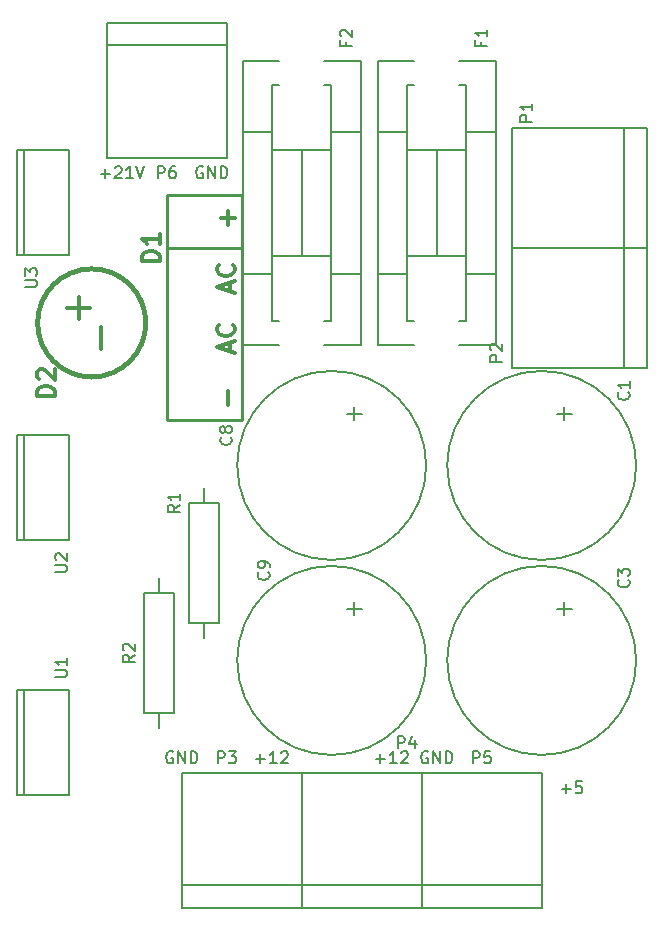
<source format=gbr>
G04 #@! TF.FileFunction,Legend,Top*
%FSLAX46Y46*%
G04 Gerber Fmt 4.6, Leading zero omitted, Abs format (unit mm)*
G04 Created by KiCad (PCBNEW (after 2015-mar-04 BZR unknown)-product) date Wed 02 Nov 2016 01:14:16 AM CET*
%MOMM*%
G01*
G04 APERTURE LIST*
%ADD10C,0.100000*%
%ADD11C,0.200000*%
%ADD12C,0.150000*%
%ADD13C,0.254000*%
%ADD14C,0.381000*%
%ADD15C,0.304800*%
G04 APERTURE END LIST*
D10*
D11*
X18558095Y-22931429D02*
X19320000Y-22931429D01*
X18939048Y-23312381D02*
X18939048Y-22550476D01*
X19748571Y-22407619D02*
X19796190Y-22360000D01*
X19891428Y-22312381D01*
X20129524Y-22312381D01*
X20224762Y-22360000D01*
X20272381Y-22407619D01*
X20320000Y-22502857D01*
X20320000Y-22598095D01*
X20272381Y-22740952D01*
X19700952Y-23312381D01*
X20320000Y-23312381D01*
X21272381Y-23312381D02*
X20700952Y-23312381D01*
X20986666Y-23312381D02*
X20986666Y-22312381D01*
X20891428Y-22455238D01*
X20796190Y-22550476D01*
X20700952Y-22598095D01*
X21558095Y-22312381D02*
X21891428Y-23312381D01*
X22224762Y-22312381D01*
X27178096Y-22360000D02*
X27082858Y-22312381D01*
X26940001Y-22312381D01*
X26797143Y-22360000D01*
X26701905Y-22455238D01*
X26654286Y-22550476D01*
X26606667Y-22740952D01*
X26606667Y-22883810D01*
X26654286Y-23074286D01*
X26701905Y-23169524D01*
X26797143Y-23264762D01*
X26940001Y-23312381D01*
X27035239Y-23312381D01*
X27178096Y-23264762D01*
X27225715Y-23217143D01*
X27225715Y-22883810D01*
X27035239Y-22883810D01*
X27654286Y-23312381D02*
X27654286Y-22312381D01*
X28225715Y-23312381D01*
X28225715Y-22312381D01*
X28701905Y-23312381D02*
X28701905Y-22312381D01*
X28940000Y-22312381D01*
X29082858Y-22360000D01*
X29178096Y-22455238D01*
X29225715Y-22550476D01*
X29273334Y-22740952D01*
X29273334Y-22883810D01*
X29225715Y-23074286D01*
X29178096Y-23169524D01*
X29082858Y-23264762D01*
X28940000Y-23312381D01*
X28701905Y-23312381D01*
X46228096Y-71890000D02*
X46132858Y-71842381D01*
X45990001Y-71842381D01*
X45847143Y-71890000D01*
X45751905Y-71985238D01*
X45704286Y-72080476D01*
X45656667Y-72270952D01*
X45656667Y-72413810D01*
X45704286Y-72604286D01*
X45751905Y-72699524D01*
X45847143Y-72794762D01*
X45990001Y-72842381D01*
X46085239Y-72842381D01*
X46228096Y-72794762D01*
X46275715Y-72747143D01*
X46275715Y-72413810D01*
X46085239Y-72413810D01*
X46704286Y-72842381D02*
X46704286Y-71842381D01*
X47275715Y-72842381D01*
X47275715Y-71842381D01*
X47751905Y-72842381D02*
X47751905Y-71842381D01*
X47990000Y-71842381D01*
X48132858Y-71890000D01*
X48228096Y-71985238D01*
X48275715Y-72080476D01*
X48323334Y-72270952D01*
X48323334Y-72413810D01*
X48275715Y-72604286D01*
X48228096Y-72699524D01*
X48132858Y-72794762D01*
X47990000Y-72842381D01*
X47751905Y-72842381D01*
X24638096Y-71890000D02*
X24542858Y-71842381D01*
X24400001Y-71842381D01*
X24257143Y-71890000D01*
X24161905Y-71985238D01*
X24114286Y-72080476D01*
X24066667Y-72270952D01*
X24066667Y-72413810D01*
X24114286Y-72604286D01*
X24161905Y-72699524D01*
X24257143Y-72794762D01*
X24400001Y-72842381D01*
X24495239Y-72842381D01*
X24638096Y-72794762D01*
X24685715Y-72747143D01*
X24685715Y-72413810D01*
X24495239Y-72413810D01*
X25114286Y-72842381D02*
X25114286Y-71842381D01*
X25685715Y-72842381D01*
X25685715Y-71842381D01*
X26161905Y-72842381D02*
X26161905Y-71842381D01*
X26400000Y-71842381D01*
X26542858Y-71890000D01*
X26638096Y-71985238D01*
X26685715Y-72080476D01*
X26733334Y-72270952D01*
X26733334Y-72413810D01*
X26685715Y-72604286D01*
X26638096Y-72699524D01*
X26542858Y-72794762D01*
X26400000Y-72842381D01*
X26161905Y-72842381D01*
X31686667Y-72461429D02*
X32448572Y-72461429D01*
X32067620Y-72842381D02*
X32067620Y-72080476D01*
X33448572Y-72842381D02*
X32877143Y-72842381D01*
X33162857Y-72842381D02*
X33162857Y-71842381D01*
X33067619Y-71985238D01*
X32972381Y-72080476D01*
X32877143Y-72128095D01*
X33829524Y-71937619D02*
X33877143Y-71890000D01*
X33972381Y-71842381D01*
X34210477Y-71842381D01*
X34305715Y-71890000D01*
X34353334Y-71937619D01*
X34400953Y-72032857D01*
X34400953Y-72128095D01*
X34353334Y-72270952D01*
X33781905Y-72842381D01*
X34400953Y-72842381D01*
X57562857Y-75001429D02*
X58324762Y-75001429D01*
X57943810Y-75382381D02*
X57943810Y-74620476D01*
X59277143Y-74382381D02*
X58800952Y-74382381D01*
X58753333Y-74858571D01*
X58800952Y-74810952D01*
X58896190Y-74763333D01*
X59134286Y-74763333D01*
X59229524Y-74810952D01*
X59277143Y-74858571D01*
X59324762Y-74953810D01*
X59324762Y-75191905D01*
X59277143Y-75287143D01*
X59229524Y-75334762D01*
X59134286Y-75382381D01*
X58896190Y-75382381D01*
X58800952Y-75334762D01*
X58753333Y-75287143D01*
X41846667Y-72461429D02*
X42608572Y-72461429D01*
X42227620Y-72842381D02*
X42227620Y-72080476D01*
X43608572Y-72842381D02*
X43037143Y-72842381D01*
X43322857Y-72842381D02*
X43322857Y-71842381D01*
X43227619Y-71985238D01*
X43132381Y-72080476D01*
X43037143Y-72128095D01*
X43989524Y-71937619D02*
X44037143Y-71890000D01*
X44132381Y-71842381D01*
X44370477Y-71842381D01*
X44465715Y-71890000D01*
X44513334Y-71937619D01*
X44560953Y-72032857D01*
X44560953Y-72128095D01*
X44513334Y-72270952D01*
X43941905Y-72842381D01*
X44560953Y-72842381D01*
X46228096Y-71890000D02*
X46132858Y-71842381D01*
X45990001Y-71842381D01*
X45847143Y-71890000D01*
X45751905Y-71985238D01*
X45704286Y-72080476D01*
X45656667Y-72270952D01*
X45656667Y-72413810D01*
X45704286Y-72604286D01*
X45751905Y-72699524D01*
X45847143Y-72794762D01*
X45990001Y-72842381D01*
X46085239Y-72842381D01*
X46228096Y-72794762D01*
X46275715Y-72747143D01*
X46275715Y-72413810D01*
X46085239Y-72413810D01*
X46704286Y-72842381D02*
X46704286Y-71842381D01*
X47275715Y-72842381D01*
X47275715Y-71842381D01*
X47751905Y-72842381D02*
X47751905Y-71842381D01*
X47990000Y-71842381D01*
X48132858Y-71890000D01*
X48228096Y-71985238D01*
X48275715Y-72080476D01*
X48323334Y-72270952D01*
X48323334Y-72413810D01*
X48275715Y-72604286D01*
X48228096Y-72699524D01*
X48132858Y-72794762D01*
X47990000Y-72842381D01*
X47751905Y-72842381D01*
D12*
X12065000Y-75565000D02*
X11430000Y-75565000D01*
X11430000Y-75565000D02*
X11430000Y-66675000D01*
X11430000Y-66675000D02*
X12065000Y-66675000D01*
X15875000Y-75565000D02*
X12065000Y-75565000D01*
X12065000Y-75565000D02*
X12065000Y-66675000D01*
X12065000Y-66675000D02*
X15875000Y-66675000D01*
X15875000Y-66675000D02*
X15875000Y-75565000D01*
X12065000Y-53975000D02*
X11430000Y-53975000D01*
X11430000Y-53975000D02*
X11430000Y-45085000D01*
X11430000Y-45085000D02*
X12065000Y-45085000D01*
X15875000Y-53975000D02*
X12065000Y-53975000D01*
X12065000Y-53975000D02*
X12065000Y-45085000D01*
X12065000Y-45085000D02*
X15875000Y-45085000D01*
X15875000Y-45085000D02*
X15875000Y-53975000D01*
X12065000Y-29845000D02*
X11430000Y-29845000D01*
X11430000Y-29845000D02*
X11430000Y-20955000D01*
X11430000Y-20955000D02*
X12065000Y-20955000D01*
X15875000Y-29845000D02*
X12065000Y-29845000D01*
X12065000Y-29845000D02*
X12065000Y-20955000D01*
X12065000Y-20955000D02*
X15875000Y-20955000D01*
X15875000Y-20955000D02*
X15875000Y-29845000D01*
X49489360Y-19400520D02*
X51991260Y-19400520D01*
X41988740Y-19400520D02*
X44490640Y-19400520D01*
X41988740Y-31399480D02*
X44490640Y-31399480D01*
X51991260Y-31399480D02*
X49489360Y-31399480D01*
X46990000Y-20899120D02*
X46990000Y-29900880D01*
X49489360Y-20899120D02*
X44490640Y-20899120D01*
X49489360Y-29900880D02*
X44490640Y-29900880D01*
X48889920Y-35399980D02*
X49489360Y-35399980D01*
X45090080Y-15400020D02*
X44490640Y-15400020D01*
X44490640Y-15400020D02*
X44490640Y-35399980D01*
X44490640Y-35399980D02*
X45090080Y-35399980D01*
X49489360Y-35399980D02*
X49489360Y-15400020D01*
X49489360Y-15400020D02*
X48889920Y-15400020D01*
X48889920Y-37398960D02*
X51991260Y-37398960D01*
X45090080Y-13401040D02*
X41988740Y-13401040D01*
X41988740Y-13401040D02*
X41988740Y-37398960D01*
X41988740Y-37398960D02*
X45090080Y-37398960D01*
X51991260Y-37398960D02*
X51991260Y-13401040D01*
X51991260Y-13401040D02*
X48889920Y-13401040D01*
X38059360Y-19400520D02*
X40561260Y-19400520D01*
X30558740Y-19400520D02*
X33060640Y-19400520D01*
X30558740Y-31399480D02*
X33060640Y-31399480D01*
X40561260Y-31399480D02*
X38059360Y-31399480D01*
X35560000Y-20899120D02*
X35560000Y-29900880D01*
X38059360Y-20899120D02*
X33060640Y-20899120D01*
X38059360Y-29900880D02*
X33060640Y-29900880D01*
X37459920Y-35399980D02*
X38059360Y-35399980D01*
X33660080Y-15400020D02*
X33060640Y-15400020D01*
X33060640Y-15400020D02*
X33060640Y-35399980D01*
X33060640Y-35399980D02*
X33660080Y-35399980D01*
X38059360Y-35399980D02*
X38059360Y-15400020D01*
X38059360Y-15400020D02*
X37459920Y-15400020D01*
X37459920Y-37398960D02*
X40561260Y-37398960D01*
X33660080Y-13401040D02*
X30558740Y-13401040D01*
X30558740Y-13401040D02*
X30558740Y-37398960D01*
X30558740Y-37398960D02*
X33660080Y-37398960D01*
X40561260Y-37398960D02*
X40561260Y-13401040D01*
X40561260Y-13401040D02*
X37459920Y-13401040D01*
X62865000Y-19050000D02*
X62865000Y-29210000D01*
X53340000Y-29210000D02*
X64770000Y-29210000D01*
X64770000Y-29210000D02*
X64770000Y-19050000D01*
X64770000Y-19050000D02*
X53340000Y-19050000D01*
X53340000Y-19050000D02*
X53340000Y-29210000D01*
X62865000Y-29210000D02*
X62865000Y-39370000D01*
X53340000Y-39370000D02*
X64770000Y-39370000D01*
X64770000Y-39370000D02*
X64770000Y-29210000D01*
X64770000Y-29210000D02*
X53340000Y-29210000D01*
X53340000Y-29210000D02*
X53340000Y-39370000D01*
X35560000Y-83185000D02*
X25400000Y-83185000D01*
X25400000Y-73660000D02*
X25400000Y-85090000D01*
X25400000Y-85090000D02*
X35560000Y-85090000D01*
X35560000Y-85090000D02*
X35560000Y-73660000D01*
X35560000Y-73660000D02*
X25400000Y-73660000D01*
X45720000Y-83185000D02*
X35560000Y-83185000D01*
X35560000Y-73660000D02*
X35560000Y-85090000D01*
X35560000Y-85090000D02*
X45720000Y-85090000D01*
X45720000Y-85090000D02*
X45720000Y-73660000D01*
X45720000Y-73660000D02*
X35560000Y-73660000D01*
X55880000Y-83185000D02*
X45720000Y-83185000D01*
X45720000Y-73660000D02*
X45720000Y-85090000D01*
X45720000Y-85090000D02*
X55880000Y-85090000D01*
X55880000Y-85090000D02*
X55880000Y-73660000D01*
X55880000Y-73660000D02*
X45720000Y-73660000D01*
X19050000Y-12065000D02*
X29210000Y-12065000D01*
X29210000Y-21590000D02*
X29210000Y-10160000D01*
X29210000Y-10160000D02*
X19050000Y-10160000D01*
X19050000Y-10160000D02*
X19050000Y-21590000D01*
X19050000Y-21590000D02*
X29210000Y-21590000D01*
X28575000Y-50800000D02*
X26035000Y-50800000D01*
X26035000Y-50800000D02*
X26035000Y-60960000D01*
X26035000Y-60960000D02*
X28575000Y-60960000D01*
X28575000Y-60960000D02*
X28575000Y-50800000D01*
X27305000Y-62230000D02*
X27305000Y-60960000D01*
X27305000Y-49530000D02*
X27305000Y-50800000D01*
X24765000Y-58420000D02*
X22225000Y-58420000D01*
X22225000Y-58420000D02*
X22225000Y-68580000D01*
X22225000Y-68580000D02*
X24765000Y-68580000D01*
X24765000Y-68580000D02*
X24765000Y-58420000D01*
X23495000Y-69850000D02*
X23495000Y-68580000D01*
X23495000Y-57150000D02*
X23495000Y-58420000D01*
X58420000Y-43307000D02*
X57150000Y-43307000D01*
X57785000Y-42672000D02*
X57785000Y-43815000D01*
X63880000Y-47625000D02*
G75*
G03X63880000Y-47625000I-8000000J0D01*
G01*
X58420000Y-59817000D02*
X57150000Y-59817000D01*
X57785000Y-59182000D02*
X57785000Y-60325000D01*
X63880000Y-64135000D02*
G75*
G03X63880000Y-64135000I-8000000J0D01*
G01*
X40640000Y-43307000D02*
X39370000Y-43307000D01*
X40005000Y-42672000D02*
X40005000Y-43815000D01*
X46100000Y-47625000D02*
G75*
G03X46100000Y-47625000I-8000000J0D01*
G01*
X40640000Y-59817000D02*
X39370000Y-59817000D01*
X40005000Y-59182000D02*
X40005000Y-60325000D01*
X46100000Y-64135000D02*
G75*
G03X46100000Y-64135000I-8000000J0D01*
G01*
D13*
X30480000Y-43815000D02*
X24130000Y-43815000D01*
X30480000Y-29210000D02*
X24130000Y-29210000D01*
X24130000Y-24765000D02*
X24130000Y-43815000D01*
X30480000Y-24765000D02*
X24130000Y-24765000D01*
X30480000Y-24765000D02*
X30480000Y-43815000D01*
D14*
X22359050Y-35560000D02*
G75*
G03X22359050Y-35560000I-4579050J0D01*
G01*
D12*
X14692381Y-65531905D02*
X15501905Y-65531905D01*
X15597143Y-65484286D01*
X15644762Y-65436667D01*
X15692381Y-65341429D01*
X15692381Y-65150952D01*
X15644762Y-65055714D01*
X15597143Y-65008095D01*
X15501905Y-64960476D01*
X14692381Y-64960476D01*
X15692381Y-63960476D02*
X15692381Y-64531905D01*
X15692381Y-64246191D02*
X14692381Y-64246191D01*
X14835238Y-64341429D01*
X14930476Y-64436667D01*
X14978095Y-64531905D01*
X14692381Y-56641905D02*
X15501905Y-56641905D01*
X15597143Y-56594286D01*
X15644762Y-56546667D01*
X15692381Y-56451429D01*
X15692381Y-56260952D01*
X15644762Y-56165714D01*
X15597143Y-56118095D01*
X15501905Y-56070476D01*
X14692381Y-56070476D01*
X14787619Y-55641905D02*
X14740000Y-55594286D01*
X14692381Y-55499048D01*
X14692381Y-55260952D01*
X14740000Y-55165714D01*
X14787619Y-55118095D01*
X14882857Y-55070476D01*
X14978095Y-55070476D01*
X15120952Y-55118095D01*
X15692381Y-55689524D01*
X15692381Y-55070476D01*
X12152381Y-32511905D02*
X12961905Y-32511905D01*
X13057143Y-32464286D01*
X13104762Y-32416667D01*
X13152381Y-32321429D01*
X13152381Y-32130952D01*
X13104762Y-32035714D01*
X13057143Y-31988095D01*
X12961905Y-31940476D01*
X12152381Y-31940476D01*
X12152381Y-31559524D02*
X12152381Y-30940476D01*
X12533333Y-31273810D01*
X12533333Y-31130952D01*
X12580952Y-31035714D01*
X12628571Y-30988095D01*
X12723810Y-30940476D01*
X12961905Y-30940476D01*
X13057143Y-30988095D01*
X13104762Y-31035714D01*
X13152381Y-31130952D01*
X13152381Y-31416667D01*
X13104762Y-31511905D01*
X13057143Y-31559524D01*
X50728571Y-11763333D02*
X50728571Y-12096667D01*
X51252381Y-12096667D02*
X50252381Y-12096667D01*
X50252381Y-11620476D01*
X51252381Y-10715714D02*
X51252381Y-11287143D01*
X51252381Y-11001429D02*
X50252381Y-11001429D01*
X50395238Y-11096667D01*
X50490476Y-11191905D01*
X50538095Y-11287143D01*
X39298571Y-11763333D02*
X39298571Y-12096667D01*
X39822381Y-12096667D02*
X38822381Y-12096667D01*
X38822381Y-11620476D01*
X38917619Y-11287143D02*
X38870000Y-11239524D01*
X38822381Y-11144286D01*
X38822381Y-10906190D01*
X38870000Y-10810952D01*
X38917619Y-10763333D01*
X39012857Y-10715714D01*
X39108095Y-10715714D01*
X39250952Y-10763333D01*
X39822381Y-11334762D01*
X39822381Y-10715714D01*
X55062381Y-18518095D02*
X54062381Y-18518095D01*
X54062381Y-18137142D01*
X54110000Y-18041904D01*
X54157619Y-17994285D01*
X54252857Y-17946666D01*
X54395714Y-17946666D01*
X54490952Y-17994285D01*
X54538571Y-18041904D01*
X54586190Y-18137142D01*
X54586190Y-18518095D01*
X55062381Y-16994285D02*
X55062381Y-17565714D01*
X55062381Y-17280000D02*
X54062381Y-17280000D01*
X54205238Y-17375238D01*
X54300476Y-17470476D01*
X54348095Y-17565714D01*
X52522381Y-38838095D02*
X51522381Y-38838095D01*
X51522381Y-38457142D01*
X51570000Y-38361904D01*
X51617619Y-38314285D01*
X51712857Y-38266666D01*
X51855714Y-38266666D01*
X51950952Y-38314285D01*
X51998571Y-38361904D01*
X52046190Y-38457142D01*
X52046190Y-38838095D01*
X51617619Y-37885714D02*
X51570000Y-37838095D01*
X51522381Y-37742857D01*
X51522381Y-37504761D01*
X51570000Y-37409523D01*
X51617619Y-37361904D01*
X51712857Y-37314285D01*
X51808095Y-37314285D01*
X51950952Y-37361904D01*
X52522381Y-37933333D01*
X52522381Y-37314285D01*
X28471905Y-72842381D02*
X28471905Y-71842381D01*
X28852858Y-71842381D01*
X28948096Y-71890000D01*
X28995715Y-71937619D01*
X29043334Y-72032857D01*
X29043334Y-72175714D01*
X28995715Y-72270952D01*
X28948096Y-72318571D01*
X28852858Y-72366190D01*
X28471905Y-72366190D01*
X29376667Y-71842381D02*
X29995715Y-71842381D01*
X29662381Y-72223333D01*
X29805239Y-72223333D01*
X29900477Y-72270952D01*
X29948096Y-72318571D01*
X29995715Y-72413810D01*
X29995715Y-72651905D01*
X29948096Y-72747143D01*
X29900477Y-72794762D01*
X29805239Y-72842381D01*
X29519524Y-72842381D01*
X29424286Y-72794762D01*
X29376667Y-72747143D01*
X43711905Y-71572381D02*
X43711905Y-70572381D01*
X44092858Y-70572381D01*
X44188096Y-70620000D01*
X44235715Y-70667619D01*
X44283334Y-70762857D01*
X44283334Y-70905714D01*
X44235715Y-71000952D01*
X44188096Y-71048571D01*
X44092858Y-71096190D01*
X43711905Y-71096190D01*
X45140477Y-70905714D02*
X45140477Y-71572381D01*
X44902381Y-70524762D02*
X44664286Y-71239048D01*
X45283334Y-71239048D01*
X50061905Y-72842381D02*
X50061905Y-71842381D01*
X50442858Y-71842381D01*
X50538096Y-71890000D01*
X50585715Y-71937619D01*
X50633334Y-72032857D01*
X50633334Y-72175714D01*
X50585715Y-72270952D01*
X50538096Y-72318571D01*
X50442858Y-72366190D01*
X50061905Y-72366190D01*
X51538096Y-71842381D02*
X51061905Y-71842381D01*
X51014286Y-72318571D01*
X51061905Y-72270952D01*
X51157143Y-72223333D01*
X51395239Y-72223333D01*
X51490477Y-72270952D01*
X51538096Y-72318571D01*
X51585715Y-72413810D01*
X51585715Y-72651905D01*
X51538096Y-72747143D01*
X51490477Y-72794762D01*
X51395239Y-72842381D01*
X51157143Y-72842381D01*
X51061905Y-72794762D01*
X51014286Y-72747143D01*
X23391905Y-23312381D02*
X23391905Y-22312381D01*
X23772858Y-22312381D01*
X23868096Y-22360000D01*
X23915715Y-22407619D01*
X23963334Y-22502857D01*
X23963334Y-22645714D01*
X23915715Y-22740952D01*
X23868096Y-22788571D01*
X23772858Y-22836190D01*
X23391905Y-22836190D01*
X24820477Y-22312381D02*
X24630000Y-22312381D01*
X24534762Y-22360000D01*
X24487143Y-22407619D01*
X24391905Y-22550476D01*
X24344286Y-22740952D01*
X24344286Y-23121905D01*
X24391905Y-23217143D01*
X24439524Y-23264762D01*
X24534762Y-23312381D01*
X24725239Y-23312381D01*
X24820477Y-23264762D01*
X24868096Y-23217143D01*
X24915715Y-23121905D01*
X24915715Y-22883810D01*
X24868096Y-22788571D01*
X24820477Y-22740952D01*
X24725239Y-22693333D01*
X24534762Y-22693333D01*
X24439524Y-22740952D01*
X24391905Y-22788571D01*
X24344286Y-22883810D01*
X25217381Y-50966666D02*
X24741190Y-51300000D01*
X25217381Y-51538095D02*
X24217381Y-51538095D01*
X24217381Y-51157142D01*
X24265000Y-51061904D01*
X24312619Y-51014285D01*
X24407857Y-50966666D01*
X24550714Y-50966666D01*
X24645952Y-51014285D01*
X24693571Y-51061904D01*
X24741190Y-51157142D01*
X24741190Y-51538095D01*
X25217381Y-50014285D02*
X25217381Y-50585714D01*
X25217381Y-50300000D02*
X24217381Y-50300000D01*
X24360238Y-50395238D01*
X24455476Y-50490476D01*
X24503095Y-50585714D01*
X21407381Y-63666666D02*
X20931190Y-64000000D01*
X21407381Y-64238095D02*
X20407381Y-64238095D01*
X20407381Y-63857142D01*
X20455000Y-63761904D01*
X20502619Y-63714285D01*
X20597857Y-63666666D01*
X20740714Y-63666666D01*
X20835952Y-63714285D01*
X20883571Y-63761904D01*
X20931190Y-63857142D01*
X20931190Y-64238095D01*
X20502619Y-63285714D02*
X20455000Y-63238095D01*
X20407381Y-63142857D01*
X20407381Y-62904761D01*
X20455000Y-62809523D01*
X20502619Y-62761904D01*
X20597857Y-62714285D01*
X20693095Y-62714285D01*
X20835952Y-62761904D01*
X21407381Y-63333333D01*
X21407381Y-62714285D01*
X63222143Y-41441666D02*
X63269762Y-41489285D01*
X63317381Y-41632142D01*
X63317381Y-41727380D01*
X63269762Y-41870238D01*
X63174524Y-41965476D01*
X63079286Y-42013095D01*
X62888810Y-42060714D01*
X62745952Y-42060714D01*
X62555476Y-42013095D01*
X62460238Y-41965476D01*
X62365000Y-41870238D01*
X62317381Y-41727380D01*
X62317381Y-41632142D01*
X62365000Y-41489285D01*
X62412619Y-41441666D01*
X63317381Y-40489285D02*
X63317381Y-41060714D01*
X63317381Y-40775000D02*
X62317381Y-40775000D01*
X62460238Y-40870238D01*
X62555476Y-40965476D01*
X62603095Y-41060714D01*
X63222143Y-57316666D02*
X63269762Y-57364285D01*
X63317381Y-57507142D01*
X63317381Y-57602380D01*
X63269762Y-57745238D01*
X63174524Y-57840476D01*
X63079286Y-57888095D01*
X62888810Y-57935714D01*
X62745952Y-57935714D01*
X62555476Y-57888095D01*
X62460238Y-57840476D01*
X62365000Y-57745238D01*
X62317381Y-57602380D01*
X62317381Y-57507142D01*
X62365000Y-57364285D01*
X62412619Y-57316666D01*
X62317381Y-56983333D02*
X62317381Y-56364285D01*
X62698333Y-56697619D01*
X62698333Y-56554761D01*
X62745952Y-56459523D01*
X62793571Y-56411904D01*
X62888810Y-56364285D01*
X63126905Y-56364285D01*
X63222143Y-56411904D01*
X63269762Y-56459523D01*
X63317381Y-56554761D01*
X63317381Y-56840476D01*
X63269762Y-56935714D01*
X63222143Y-56983333D01*
X29567143Y-45251666D02*
X29614762Y-45299285D01*
X29662381Y-45442142D01*
X29662381Y-45537380D01*
X29614762Y-45680238D01*
X29519524Y-45775476D01*
X29424286Y-45823095D01*
X29233810Y-45870714D01*
X29090952Y-45870714D01*
X28900476Y-45823095D01*
X28805238Y-45775476D01*
X28710000Y-45680238D01*
X28662381Y-45537380D01*
X28662381Y-45442142D01*
X28710000Y-45299285D01*
X28757619Y-45251666D01*
X29090952Y-44680238D02*
X29043333Y-44775476D01*
X28995714Y-44823095D01*
X28900476Y-44870714D01*
X28852857Y-44870714D01*
X28757619Y-44823095D01*
X28710000Y-44775476D01*
X28662381Y-44680238D01*
X28662381Y-44489761D01*
X28710000Y-44394523D01*
X28757619Y-44346904D01*
X28852857Y-44299285D01*
X28900476Y-44299285D01*
X28995714Y-44346904D01*
X29043333Y-44394523D01*
X29090952Y-44489761D01*
X29090952Y-44680238D01*
X29138571Y-44775476D01*
X29186190Y-44823095D01*
X29281429Y-44870714D01*
X29471905Y-44870714D01*
X29567143Y-44823095D01*
X29614762Y-44775476D01*
X29662381Y-44680238D01*
X29662381Y-44489761D01*
X29614762Y-44394523D01*
X29567143Y-44346904D01*
X29471905Y-44299285D01*
X29281429Y-44299285D01*
X29186190Y-44346904D01*
X29138571Y-44394523D01*
X29090952Y-44489761D01*
X32742143Y-56681666D02*
X32789762Y-56729285D01*
X32837381Y-56872142D01*
X32837381Y-56967380D01*
X32789762Y-57110238D01*
X32694524Y-57205476D01*
X32599286Y-57253095D01*
X32408810Y-57300714D01*
X32265952Y-57300714D01*
X32075476Y-57253095D01*
X31980238Y-57205476D01*
X31885000Y-57110238D01*
X31837381Y-56967380D01*
X31837381Y-56872142D01*
X31885000Y-56729285D01*
X31932619Y-56681666D01*
X32837381Y-56205476D02*
X32837381Y-56015000D01*
X32789762Y-55919761D01*
X32742143Y-55872142D01*
X32599286Y-55776904D01*
X32408810Y-55729285D01*
X32027857Y-55729285D01*
X31932619Y-55776904D01*
X31885000Y-55824523D01*
X31837381Y-55919761D01*
X31837381Y-56110238D01*
X31885000Y-56205476D01*
X31932619Y-56253095D01*
X32027857Y-56300714D01*
X32265952Y-56300714D01*
X32361190Y-56253095D01*
X32408810Y-56205476D01*
X32456429Y-56110238D01*
X32456429Y-55919761D01*
X32408810Y-55824523D01*
X32361190Y-55776904D01*
X32265952Y-55729285D01*
D15*
X23549429Y-30334857D02*
X22025429Y-30334857D01*
X22025429Y-29972000D01*
X22098000Y-29754285D01*
X22243143Y-29609143D01*
X22388286Y-29536571D01*
X22678571Y-29464000D01*
X22896286Y-29464000D01*
X23186571Y-29536571D01*
X23331714Y-29609143D01*
X23476857Y-29754285D01*
X23549429Y-29972000D01*
X23549429Y-30334857D01*
X23549429Y-28012571D02*
X23549429Y-28883428D01*
X23549429Y-28448000D02*
X22025429Y-28448000D01*
X22243143Y-28593143D01*
X22388286Y-28738285D01*
X22460857Y-28883428D01*
X29318857Y-42490571D02*
X29318857Y-41329428D01*
X29318857Y-27250571D02*
X29318857Y-26089428D01*
X29899429Y-26669999D02*
X28738286Y-26669999D01*
X29464000Y-32874857D02*
X29464000Y-32149143D01*
X29899429Y-33020000D02*
X28375429Y-32512000D01*
X29899429Y-32004000D01*
X29754286Y-30625143D02*
X29826857Y-30697714D01*
X29899429Y-30915428D01*
X29899429Y-31060571D01*
X29826857Y-31278286D01*
X29681714Y-31423428D01*
X29536571Y-31496000D01*
X29246286Y-31568571D01*
X29028571Y-31568571D01*
X28738286Y-31496000D01*
X28593143Y-31423428D01*
X28448000Y-31278286D01*
X28375429Y-31060571D01*
X28375429Y-30915428D01*
X28448000Y-30697714D01*
X28520571Y-30625143D01*
X29464000Y-37954857D02*
X29464000Y-37229143D01*
X29899429Y-38100000D02*
X28375429Y-37592000D01*
X29899429Y-37084000D01*
X29754286Y-35705143D02*
X29826857Y-35777714D01*
X29899429Y-35995428D01*
X29899429Y-36140571D01*
X29826857Y-36358286D01*
X29681714Y-36503428D01*
X29536571Y-36576000D01*
X29246286Y-36648571D01*
X29028571Y-36648571D01*
X28738286Y-36576000D01*
X28593143Y-36503428D01*
X28448000Y-36358286D01*
X28375429Y-36140571D01*
X28375429Y-35995428D01*
X28448000Y-35777714D01*
X28520571Y-35705143D01*
X14659429Y-41764857D02*
X13135429Y-41764857D01*
X13135429Y-41402000D01*
X13208000Y-41184285D01*
X13353143Y-41039143D01*
X13498286Y-40966571D01*
X13788571Y-40894000D01*
X14006286Y-40894000D01*
X14296571Y-40966571D01*
X14441714Y-41039143D01*
X14586857Y-41184285D01*
X14659429Y-41402000D01*
X14659429Y-41764857D01*
X13280571Y-40313428D02*
X13208000Y-40240857D01*
X13135429Y-40095714D01*
X13135429Y-39732857D01*
X13208000Y-39587714D01*
X13280571Y-39515143D01*
X13425714Y-39442571D01*
X13570857Y-39442571D01*
X13788571Y-39515143D01*
X14659429Y-40386000D01*
X14659429Y-39442571D01*
X16691429Y-35257619D02*
X16691429Y-33322381D01*
X17659048Y-34290000D02*
X15723810Y-34290000D01*
X18596429Y-37797619D02*
X18596429Y-35862381D01*
M02*

</source>
